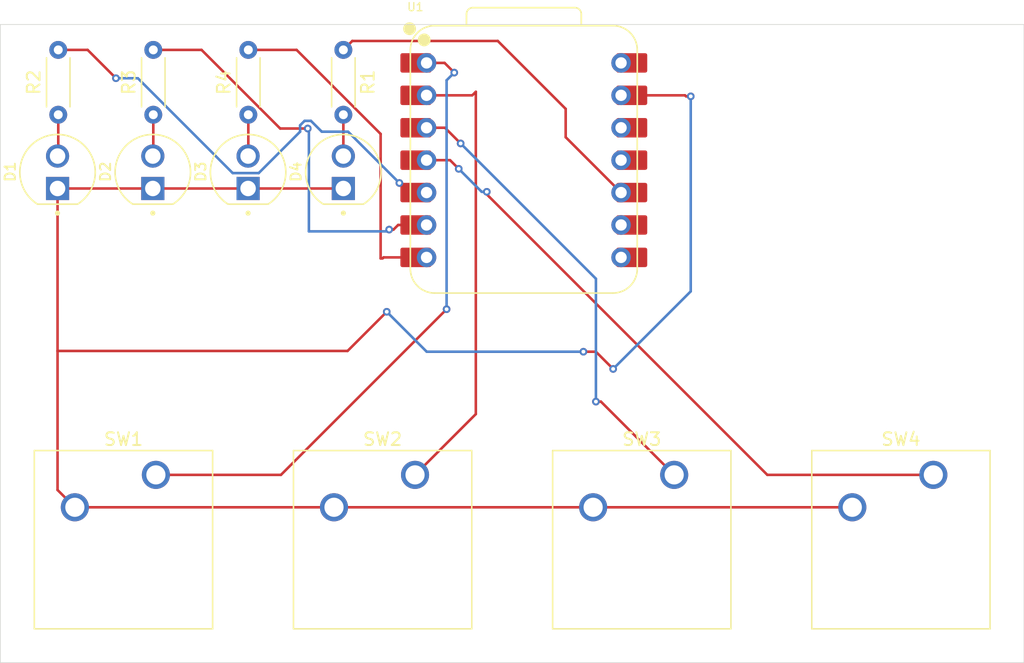
<source format=kicad_pcb>
(kicad_pcb (version 20240108) (generator "pcbnew") (generator_version "8.0")
  (layers (0 "F.Cu" signal) (31 "B.Cu" signal) (34 "B.Paste" user) (35 "F.Paste" user) (36 "B.SilkS" user "B.Silkscreen") (37 "F.SilkS" user "F.Silkscreen") (38 "B.Mask" user) (39 "F.Mask" user) (44 "Edge.Cuts" user))
  (net 0 "")
  (net 1 "Net-(D1-PadA)")
  (net 2 "GND")
  (net 3 "Net-(D2-PadA)")
  (net 4 "Net-(D3-PadA)")
  (net 5 "Net-(D4-PadA)")
  (net 6 "Net-(U1-GPIO4{slash}MISO)")
  (net 7 "Net-(U1-GPIO6{slash}SDA)")
  (net 8 "Net-(U1-GPIO7{slash}SCL)")
  (net 9 "Net-(U1-GPIO0{slash}TX)")
  (net 10 "Net-(U1-GPIO26{slash}ADC0{slash}A0)")
  (net 11 "Net-(U1-GPIO27{slash}ADC1{slash}A1)")
  (net 12 "Net-(U1-GPIO28{slash}ADC2{slash}A2)")
  (net 13 "Net-(U1-GPIO29{slash}ADC3{slash}A3)")
  (footprint "PathfinderLED:LEDRD254W57D500H1070" (layer "F.Cu") (at 98.88 75.58 90)
    (property "Reference" "D4" (at 0.04 -3.708 90) (layer "F.SilkS") (effects (font (size 0.8 0.8))))
    (property "Value" "L08R5000Q1")
    (fp_line (start -2.5 -1.566) (end -2.5 1.566) (stroke (width 0.127)) (layer "F.SilkS"))
    (fp_arc (start -2.5 -1.566) (mid 2.961291 0) (end -2.5 1.566) (stroke (width 0.127)) (layer "F.SilkS"))
    (fp_circle (center -3.2 0) (end -3.1 0) (stroke (width 0.2)) (fill none) (layer "F.SilkS"))
    (pad "A" thru_hole circle (at 1.27 0 90) (size 1.815 1.815) (drill 1.21) (layers "*.Cu" "*.Mask") (net 5 "Net-(D4-PadA)"))
    (pad "C" thru_hole rect (at -1.27 0 90) (size 1.815 1.815) (drill 1.21) (layers "*.Cu" "*.Mask") (net 2 "GND"))
  )
  (footprint "Button_Switch_Keyboard:SW_Cherry_MX_1.00u_PCB" (layer "F.Cu") (at 104.496666 99.29)
    (property "Reference" "SW2" (at -2.54 -2.794 0) (layer "F.SilkS"))
    (property "Value" "SW_Push")
    (fp_line (start -9.525 -1.905) (end 4.445 -1.905) (stroke (width 0.12)) (layer "F.SilkS"))
    (fp_line (start -9.525 12.065) (end -9.525 -1.905) (stroke (width 0.12)) (layer "F.SilkS"))
    (fp_line (start 4.445 -1.905) (end 4.445 12.065) (stroke (width 0.12)) (layer "F.SilkS"))
    (fp_line (start 4.445 12.065) (end -9.525 12.065) (stroke (width 0.12)) (layer "F.SilkS"))
    (pad "" np_thru_hole circle (at -7.62 5.08) (size 1.7 1.7) (drill 1.7) (layers "*.Cu" "*.Mask"))
    (pad "" np_thru_hole circle (at -2.54 5.08) (size 4 4) (drill 4) (layers "*.Cu" "*.Mask"))
    (pad "" np_thru_hole circle (at 2.54 5.08) (size 1.7 1.7) (drill 1.7) (layers "*.Cu" "*.Mask"))
    (pad "1" thru_hole circle (at 0 0) (size 2.2 2.2) (drill 1.5) (layers "*.Cu" "*.Mask") (net 11 "Net-(U1-GPIO27{slash}ADC1{slash}A1)"))
    (pad "2" thru_hole circle (at -6.35 2.54) (size 2.2 2.2) (drill 1.5) (layers "*.Cu" "*.Mask") (net 2 "GND"))
  )
  (footprint "Button_Switch_Keyboard:SW_Cherry_MX_1.00u_PCB" (layer "F.Cu") (at 124.803332 99.29)
    (property "Reference" "SW3" (at -2.54 -2.794 0) (layer "F.SilkS"))
    (property "Value" "SW_Push")
    (fp_line (start -9.525 -1.905) (end 4.445 -1.905) (stroke (width 0.12)) (layer "F.SilkS"))
    (fp_line (start -9.525 12.065) (end -9.525 -1.905) (stroke (width 0.12)) (layer "F.SilkS"))
    (fp_line (start 4.445 -1.905) (end 4.445 12.065) (stroke (width 0.12)) (layer "F.SilkS"))
    (fp_line (start 4.445 12.065) (end -9.525 12.065) (stroke (width 0.12)) (layer "F.SilkS"))
    (pad "" np_thru_hole circle (at -7.62 5.08) (size 1.7 1.7) (drill 1.7) (layers "*.Cu" "*.Mask"))
    (pad "" np_thru_hole circle (at -2.54 5.08) (size 4 4) (drill 4) (layers "*.Cu" "*.Mask"))
    (pad "" np_thru_hole circle (at 2.54 5.08) (size 1.7 1.7) (drill 1.7) (layers "*.Cu" "*.Mask"))
    (pad "1" thru_hole circle (at 0 0) (size 2.2 2.2) (drill 1.5) (layers "*.Cu" "*.Mask") (net 12 "Net-(U1-GPIO28{slash}ADC2{slash}A2)"))
    (pad "2" thru_hole circle (at -6.35 2.54) (size 2.2 2.2) (drill 1.5) (layers "*.Cu" "*.Mask") (net 2 "GND"))
  )
  (footprint "Button_Switch_Keyboard:SW_Cherry_MX_1.00u_PCB" (layer "F.Cu") (at 145.11 99.29)
    (property "Reference" "SW4" (at -2.54 -2.794 0) (layer "F.SilkS"))
    (property "Value" "SW_Push")
    (fp_line (start -9.525 -1.905) (end 4.445 -1.905) (stroke (width 0.12)) (layer "F.SilkS"))
    (fp_line (start -9.525 12.065) (end -9.525 -1.905) (stroke (width 0.12)) (layer "F.SilkS"))
    (fp_line (start 4.445 -1.905) (end 4.445 12.065) (stroke (width 0.12)) (layer "F.SilkS"))
    (fp_line (start 4.445 12.065) (end -9.525 12.065) (stroke (width 0.12)) (layer "F.SilkS"))
    (pad "" np_thru_hole circle (at -7.62 5.08) (size 1.7 1.7) (drill 1.7) (layers "*.Cu" "*.Mask"))
    (pad "" np_thru_hole circle (at -2.54 5.08) (size 4 4) (drill 4) (layers "*.Cu" "*.Mask"))
    (pad "" np_thru_hole circle (at 2.54 5.08) (size 1.7 1.7) (drill 1.7) (layers "*.Cu" "*.Mask"))
    (pad "1" thru_hole circle (at 0 0) (size 2.2 2.2) (drill 1.5) (layers "*.Cu" "*.Mask") (net 13 "Net-(U1-GPIO29{slash}ADC3{slash}A3)"))
    (pad "2" thru_hole circle (at -6.35 2.54) (size 2.2 2.2) (drill 1.5) (layers "*.Cu" "*.Mask") (net 2 "GND"))
  )
  (footprint "Resistor_THT:R_Axial_DIN0204_L3.6mm_D1.6mm_P5.08mm_Horizontal" (layer "F.Cu") (at 98.88 65.99 -90)
    (property "Reference" "R1" (at 2.54 -1.92 90) (layer "F.SilkS"))
    (property "Value" "R")
    (fp_line (start 0.62 0.92) (end 4.46 0.92) (stroke (width 0.12)) (layer "F.SilkS"))
    (fp_line (start 0.62 -0.92) (end 4.46 -0.92) (stroke (width 0.12)) (layer "F.SilkS"))
    (pad "1" thru_hole circle (at 0 0 270) (size 1.4 1.4) (drill 0.7) (layers "*.Cu" "*.Mask") (net 6 "Net-(U1-GPIO4{slash}MISO)"))
    (pad "2" thru_hole oval (at 5.08 0 270) (size 1.4 1.4) (drill 0.7) (layers "*.Cu" "*.Mask") (net 5 "Net-(D4-PadA)"))
  )
  (footprint "Resistor_THT:R_Axial_DIN0204_L3.6mm_D1.6mm_P5.08mm_Horizontal" (layer "F.Cu") (at 76.54 71.07 90)
    (property "Reference" "R2" (at 2.54 -1.92 90) (layer "F.SilkS"))
    (property "Value" "R")
    (fp_line (start 0.62 -0.92) (end 4.46 -0.92) (stroke (width 0.12)) (layer "F.SilkS"))
    (fp_line (start 0.62 0.92) (end 4.46 0.92) (stroke (width 0.12)) (layer "F.SilkS"))
    (pad "1" thru_hole circle (at 0 0 90) (size 1.4 1.4) (drill 0.7) (layers "*.Cu" "*.Mask") (net 1 "Net-(D1-PadA)"))
    (pad "2" thru_hole oval (at 5.08 0 90) (size 1.4 1.4) (drill 0.7) (layers "*.Cu" "*.Mask") (net 7 "Net-(U1-GPIO6{slash}SDA)"))
  )
  (footprint "PathfinderLED:LEDRD254W57D500H1070" (layer "F.Cu") (at 76.484682 75.58 90)
    (property "Reference" "D1" (at 0.04 -3.708 90) (layer "F.SilkS") (effects (font (size 0.8 0.8))))
    (property "Value" "L08R5000Q1")
    (fp_line (start -2.5 -1.566) (end -2.5 1.566) (stroke (width 0.127)) (layer "F.SilkS"))
    (fp_arc (start -2.5 -1.566) (mid 2.961291 0) (end -2.5 1.566) (stroke (width 0.127)) (layer "F.SilkS"))
    (fp_circle (center -3.2 0) (end -3.1 0) (stroke (width 0.2)) (fill none) (layer "F.SilkS"))
    (pad "A" thru_hole circle (at 1.27 0 90) (size 1.815 1.815) (drill 1.21) (layers "*.Cu" "*.Mask") (net 1 "Net-(D1-PadA)"))
    (pad "C" thru_hole rect (at -1.27 0 90) (size 1.815 1.815) (drill 1.21) (layers "*.Cu" "*.Mask") (net 2 "GND"))
  )
  (footprint "Resistor_THT:R_Axial_DIN0204_L3.6mm_D1.6mm_P5.08mm_Horizontal" (layer "F.Cu") (at 91.433332 71.07 90)
    (property "Reference" "R4" (at 2.54 -1.92 90) (layer "F.SilkS"))
    (property "Value" "R")
    (fp_line (start 0.62 -0.92) (end 4.46 -0.92) (stroke (width 0.12)) (layer "F.SilkS"))
    (fp_line (start 0.62 0.92) (end 4.46 0.92) (stroke (width 0.12)) (layer "F.SilkS"))
    (pad "1" thru_hole circle (at 0 0 90) (size 1.4 1.4) (drill 0.7) (layers "*.Cu" "*.Mask") (net 4 "Net-(D3-PadA)"))
    (pad "2" thru_hole oval (at 5.08 0 90) (size 1.4 1.4) (drill 0.7) (layers "*.Cu" "*.Mask") (net 9 "Net-(U1-GPIO0{slash}TX)"))
  )
  (footprint "Button_Switch_Keyboard:SW_Cherry_MX_1.00u_PCB" (layer "F.Cu") (at 84.19 99.29)
    (property "Reference" "SW1" (at -2.54 -2.794 0) (layer "F.SilkS"))
    (property "Value" "SW_Push")
    (fp_line (start -9.525 -1.905) (end 4.445 -1.905) (stroke (width 0.12)) (layer "F.SilkS"))
    (fp_line (start -9.525 12.065) (end -9.525 -1.905) (stroke (width 0.12)) (layer "F.SilkS"))
    (fp_line (start 4.445 -1.905) (end 4.445 12.065) (stroke (width 0.12)) (layer "F.SilkS"))
    (fp_line (start 4.445 12.065) (end -9.525 12.065) (stroke (width 0.12)) (layer "F.SilkS"))
    (pad "" np_thru_hole circle (at -7.62 5.08) (size 1.7 1.7) (drill 1.7) (layers "*.Cu" "*.Mask"))
    (pad "" np_thru_hole circle (at -2.54 5.08) (size 4 4) (drill 4) (layers "*.Cu" "*.Mask"))
    (pad "" np_thru_hole circle (at 2.54 5.08) (size 1.7 1.7) (drill 1.7) (layers "*.Cu" "*.Mask"))
    (pad "1" thru_hole circle (at 0 0) (size 2.2 2.2) (drill 1.5) (layers "*.Cu" "*.Mask") (net 10 "Net-(U1-GPIO26{slash}ADC0{slash}A0)"))
    (pad "2" thru_hole circle (at -6.35 2.54) (size 2.2 2.2) (drill 1.5) (layers "*.Cu" "*.Mask") (net 2 "GND"))
  )
  (footprint "PathfinderLED:LEDRD254W57D500H1070" (layer "F.Cu") (at 83.949788 75.58 90)
    (property "Reference" "D2" (at 0.04 -3.708 90) (layer "F.SilkS") (effects (font (size 0.8 0.8))))
    (property "Value" "L08R5000Q1")
    (fp_line (start -2.5 -1.566) (end -2.5 1.566) (stroke (width 0.127)) (layer "F.SilkS"))
    (fp_arc (start -2.5 -1.566) (mid 2.961291 0) (end -2.5 1.566) (stroke (width 0.127)) (layer "F.SilkS"))
    (fp_circle (center -3.2 0) (end -3.1 0) (stroke (width 0.2)) (fill none) (layer "F.SilkS"))
    (pad "A" thru_hole circle (at 1.27 0 90) (size 1.815 1.815) (drill 1.21) (layers "*.Cu" "*.Mask") (net 3 "Net-(D2-PadA)"))
    (pad "C" thru_hole rect (at -1.27 0 90) (size 1.815 1.815) (drill 1.21) (layers "*.Cu" "*.Mask") (net 2 "GND"))
  )
  (footprint "Seeed Studio XIAO Series Library:XIAO-RP2040-DIP" (layer "F.Cu") (at 113.02 74.63)
    (property "Reference" "U1" (at -8.5 -12 0) (layer "F.SilkS") (effects (font (size 0.635 0.635) (thickness 0.1016))))
    (property "Value" "XIAO-RP2040-DIP")
    (fp_line (start -8.89 8.509) (end -8.89 -8.636) (stroke (width 0.127)) (layer "F.SilkS"))
    (fp_line (start -6.985 10.414) (end 6.985 10.414) (stroke (width 0.127)) (layer "F.SilkS"))
    (fp_line (start -4.495 -10.541) (end -4.491272 -11.451272) (stroke (width 0.127)) (layer "F.SilkS"))
    (fp_line (start -3.991272 -11.951) (end 4.004 -11.951) (stroke (width 0.127)) (layer "F.SilkS"))
    (fp_line (start 4.504 -11.451) (end 4.504 -10.541) (stroke (width 0.127)) (layer "F.SilkS"))
    (fp_line (start 6.985 -10.541) (end -6.985 -10.541) (stroke (width 0.1)) (layer "F.SilkS"))
    (fp_line (start 6.985 -10.541) (end -6.985 -10.541) (stroke (width 0.127)) (layer "F.SilkS"))
    (fp_line (start 8.89 8.509) (end 8.89 -8.636) (stroke (width 0.127)) (layer "F.SilkS"))
    (fp_arc (start -8.89 -8.636) (mid -8.332038 -9.983038) (end -6.985 -10.541) (stroke (width 0.127)) (layer "F.SilkS"))
    (fp_arc (start -6.985 10.414) (mid -8.332038 9.856038) (end -8.89 8.509) (stroke (width 0.127)) (layer "F.SilkS"))
    (fp_arc (start -4.491272 -11.451272) (mid -4.344724 -11.804644) (end -3.991272 -11.951) (stroke (width 0.127)) (layer "F.SilkS"))
    (fp_arc (start 4.004 -11.951) (mid 4.357553 -11.804553) (end 4.504 -11.451) (stroke (width 0.127)) (layer "F.SilkS"))
    (fp_arc (start 6.985 -10.541) (mid 8.332038 -9.983038) (end 8.89 -8.636) (stroke (width 0.127)) (layer "F.SilkS"))
    (fp_arc (start 8.89 8.509) (mid 8.332038 9.856038) (end 6.985 10.414) (stroke (width 0.127)) (layer "F.SilkS"))
    (fp_circle (center -8.95 -10.3) (end -8.95 -10.554) (stroke (width 0.5)) (fill solid) (layer "F.SilkS"))
    (fp_circle (center -7.807 -9.42) (end -7.807 -9.674) (stroke (width 0.5)) (fill solid) (layer "F.SilkS"))
    (pad "1" smd roundrect (at -8.455 -7.62 180) (size 2.432 1.524) (layers "F.Cu" "F.Mask") (roundrect_rratio 0.1) (net 10 "Net-(U1-GPIO26{slash}ADC0{slash}A0)"))
    (pad "1" thru_hole circle (at -7.62 -7.62 180) (size 1.524 1.524) (drill 0.889) (layers "*.Cu" "*.Mask") (net 10 "Net-(U1-GPIO26{slash}ADC0{slash}A0)"))
    (pad "2" smd roundrect (at -8.455 -5.08 180) (size 2.432 1.524) (layers "F.Cu" "F.Mask") (roundrect_rratio 0.1) (net 11 "Net-(U1-GPIO27{slash}ADC1{slash}A1)"))
    (pad "2" thru_hole circle (at -7.62 -5.08 180) (size 1.524 1.524) (drill 0.889) (layers "*.Cu" "*.Mask") (net 11 "Net-(U1-GPIO27{slash}ADC1{slash}A1)"))
    (pad "3" smd roundrect (at -8.455 -2.54 180) (size 2.432 1.524) (layers "F.Cu" "F.Mask") (roundrect_rratio 0.1) (net 12 "Net-(U1-GPIO28{slash}ADC2{slash}A2)"))
    (pad "3" thru_hole circle (at -7.62 -2.54 180) (size 1.524 1.524) (drill 0.889) (layers "*.Cu" "*.Mask") (net 12 "Net-(U1-GPIO28{slash}ADC2{slash}A2)"))
    (pad "4" smd roundrect (at -8.455 0 180) (size 2.432 1.524) (layers "F.Cu" "F.Mask") (roundrect_rratio 0.1) (net 13 "Net-(U1-GPIO29{slash}ADC3{slash}A3)"))
    (pad "4" thru_hole circle (at -7.62 0 180) (size 1.524 1.524) (drill 0.889) (layers "*.Cu" "*.Mask") (net 13 "Net-(U1-GPIO29{slash}ADC3{slash}A3)"))
    (pad "5" smd roundrect (at -8.455 2.54 180) (size 2.432 1.524) (layers "F.Cu" "F.Mask") (roundrect_rratio 0.1) (net 7 "Net-(U1-GPIO6{slash}SDA)"))
    (pad "5" thru_hole circle (at -7.62 2.54 180) (size 1.524 1.524) (drill 0.889) (layers "*.Cu" "*.Mask") (net 7 "Net-(U1-GPIO6{slash}SDA)"))
    (pad "6" smd roundrect (at -8.455 5.08 180) (size 2.432 1.524) (layers "F.Cu" "F.Mask") (roundrect_rratio 0.1) (net 8 "Net-(U1-GPIO7{slash}SCL)"))
    (pad "6" thru_hole circle (at -7.62 5.08 180) (size 1.524 1.524) (drill 0.889) (layers "*.Cu" "*.Mask") (net 8 "Net-(U1-GPIO7{slash}SCL)"))
    (pad "7" smd roundrect (at -8.455 7.62 180) (size 2.432 1.524) (layers "F.Cu" "F.Mask") (roundrect_rratio 0.1) (net 9 "Net-(U1-GPIO0{slash}TX)"))
    (pad "7" thru_hole circle (at -7.62 7.62 180) (size 1.524 1.524) (drill 0.889) (layers "*.Cu" "*.Mask") (net 9 "Net-(U1-GPIO0{slash}TX)"))
    (pad "8" thru_hole circle (at 7.62 7.62) (size 1.524 1.524) (drill 0.889) (layers "*.Cu" "*.Mask"))
    (pad "8" smd roundrect (at 8.455 7.62) (size 2.432 1.524) (layers "F.Cu" "F.Mask") (roundrect_rratio 0.1))
    (pad "9" thru_hole circle (at 7.62 5.08) (size 1.524 1.524) (drill 0.889) (layers "*.Cu" "*.Mask"))
    (pad "9" smd roundrect (at 8.455 5.08) (size 2.432 1.524) (layers "F.Cu" "F.Mask") (roundrect_rratio 0.1))
    (pad "10" thru_hole circle (at 7.62 2.54) (size 1.524 1.524) (drill 0.889) (layers "*.Cu" "*.Mask") (net 6 "Net-(U1-GPIO4{slash}MISO)"))
    (pad "10" smd roundrect (at 8.455 2.54) (size 2.432 1.524) (layers "F.Cu" "F.Mask") (roundrect_rratio 0.1) (net 6 "Net-(U1-GPIO4{slash}MISO)"))
    (pad "11" thru_hole circle (at 7.62 0) (size 1.524 1.524) (drill 0.889) (layers "*.Cu" "*.Mask"))
    (pad "11" smd roundrect (at 8.455 0) (size 2.432 1.524) (layers "F.Cu" "F.Mask") (roundrect_rratio 0.1))
    (pad "12" thru_hole circle (at 7.62 -2.54) (size 1.524 1.524) (drill 0.889) (layers "*.Cu" "*.Mask"))
    (pad "12" smd roundrect (at 8.455 -2.54) (size 2.432 1.524) (layers "F.Cu" "F.Mask") (roundrect_rratio 0.1))
    (pad "13" thru_hole circle (at 7.62 -5.08) (size 1.524 1.524) (drill 0.889) (layers "*.Cu" "*.Mask") (net 2 "GND"))
    (pad "13" smd roundrect (at 8.455 -5.08) (size 2.432 1.524) (layers "F.Cu" "F.Mask") (roundrect_rratio 0.1) (net 2 "GND"))
    (pad "14" thru_hole circle (at 7.62 -7.62) (size 1.524 1.524) (drill 0.889) (layers "*.Cu" "*.Mask"))
    (pad "14" smd roundrect (at 8.455 -7.62) (size 2.432 1.524) (layers "F.Cu" "F.Mask") (roundrect_rratio 0.1))
  )
  (footprint "Resistor_THT:R_Axial_DIN0204_L3.6mm_D1.6mm_P5.08mm_Horizontal" (layer "F.Cu") (at 83.986666 71.07 90)
    (property "Reference" "R3" (at 2.54 -1.92 90) (layer "F.SilkS"))
    (property "Value" "R")
    (fp_line (start 0.62 -0.92) (end 4.46 -0.92) (stroke (width 0.12)) (layer "F.SilkS"))
    (fp_line (start 0.62 0.92) (end 4.46 0.92) (stroke (width 0.12)) (layer "F.SilkS"))
    (pad "1" thru_hole circle (at 0 0 90) (size 1.4 1.4) (drill 0.7) (layers "*.Cu" "*.Mask") (net 3 "Net-(D2-PadA)"))
    (pad "2" thru_hole oval (at 5.08 0 90) (size 1.4 1.4) (drill 0.7) (layers "*.Cu" "*.Mask") (net 8 "Net-(U1-GPIO7{slash}SCL)"))
  )
  (footprint "PathfinderLED:LEDRD254W57D500H1070" (layer "F.Cu") (at 91.414894 75.58 90)
    (property "Reference" "D3" (at 0.04 -3.708 90) (layer "F.SilkS") (effects (font (size 0.8 0.8))))
    (property "Value" "L08R5000Q1")
    (fp_line (start -2.5 -1.566) (end -2.5 1.566) (stroke (width 0.127)) (layer "F.SilkS"))
    (fp_arc (start -2.5 -1.566) (mid 2.961291 0) (end -2.5 1.566) (stroke (width 0.127)) (layer "F.SilkS"))
    (fp_circle (center -3.2 0) (end -3.1 0) (stroke (width 0.2)) (fill none) (layer "F.SilkS"))
    (pad "A" thru_hole circle (at 1.27 0 90) (size 1.815 1.815) (drill 1.21) (layers "*.Cu" "*.Mask") (net 4 "Net-(D3-PadA)"))
    (pad "C" thru_hole rect (at -1.27 0 90) (size 1.815 1.815) (drill 1.21) (layers "*.Cu" "*.Mask") (net 2 "GND"))
  )
  (gr_rect (start 72 64) (end 152.21 114) (stroke (width 0.05)) (fill none) (layer "Edge.Cuts"))
  (segment (start 76.54 71.07) (end 76.54 74.254682) (width 0.2) (layer "F.Cu") (net 1))
  (segment (start 76.54 74.254682) (end 76.484682 74.31) (width 0.2) (layer "F.Cu") (net 1))
  (segment (start 117.69 89.64) (end 118.67 89.64) (width 0.2) (layer "F.Cu") (net 2))
  (segment (start 76.484682 100.474682) (end 77.84 101.83) (width 0.2) (layer "F.Cu") (net 2))
  (segment (start 126.1 69.63) (end 125.73 69.63) (width 0.2) (layer "F.Cu") (net 2))
  (segment (start 138.76 101.83) (end 118.453332 101.83) (width 0.2) (layer "F.Cu") (net 2))
  (segment (start 76.484682 76.85) (end 83.949788 76.85) (width 0.2) (layer "F.Cu") (net 2))
  (segment (start 98.146666 101.83) (end 118.453332 101.83) (width 0.2) (layer "F.Cu") (net 2))
  (segment (start 99.21 89.58) (end 102.28 86.51) (width 0.2) (layer "F.Cu") (net 2))
  (segment (start 76.484682 89.58) (end 99.21 89.58) (width 0.2) (layer "F.Cu") (net 2))
  (segment (start 125.65 69.55) (end 120.64 69.55) (width 0.2) (layer "F.Cu") (net 2))
  (segment (start 118.67 89.64) (end 120.02 90.99) (width 0.2) (layer "F.Cu") (net 2))
  (segment (start 77.84 101.83) (end 98.146666 101.83) (width 0.2) (layer "F.Cu") (net 2))
  (segment (start 83.949788 76.85) (end 91.414894 76.85) (width 0.2) (layer "F.Cu") (net 2))
  (segment (start 76.484682 89.58) (end 76.484682 100.474682) (width 0.2) (layer "F.Cu") (net 2))
  (segment (start 76.484682 76.85) (end 76.484682 89.58) (width 0.2) (layer "F.Cu") (net 2))
  (segment (start 125.73 69.63) (end 125.65 69.55) (width 0.2) (layer "F.Cu") (net 2))
  (segment (start 98.88 76.85) (end 91.414894 76.85) (width 0.2) (layer "F.Cu") (net 2))
  (via (at 126.1 69.63) (size 0.6) (drill 0.3) (layers "F.Cu" "B.Cu") (net 2))
  (via (at 102.28 86.51) (size 0.6) (drill 0.3) (layers "F.Cu" "B.Cu") (net 2))
  (via (at 120.02 90.99) (size 0.6) (drill 0.3) (layers "F.Cu" "B.Cu") (net 2))
  (via (at 117.69 89.64) (size 0.6) (drill 0.3) (layers "F.Cu" "B.Cu") (net 2))
  (segment (start 120.02 90.99) (end 126.1 84.91) (width 0.2) (layer "B.Cu") (net 2))
  (segment (start 102.28 86.51) (end 105.41 89.64) (width 0.2) (layer "B.Cu") (net 2))
  (segment (start 105.41 89.64) (end 117.69 89.64) (width 0.2) (layer "B.Cu") (net 2))
  (segment (start 126.1 84.91) (end 126.1 69.63) (width 0.2) (layer "B.Cu") (net 2))
  (segment (start 83.986666 74.273122) (end 83.949788 74.31) (width 0.2) (layer "F.Cu") (net 3))
  (segment (start 83.986666 71.07) (end 83.986666 74.273122) (width 0.2) (layer "F.Cu") (net 3))
  (segment (start 91.433332 74.291562) (end 91.414894 74.31) (width 0.2) (layer "F.Cu") (net 4))
  (segment (start 91.433332 71.07) (end 91.433332 74.291562) (width 0.2) (layer "F.Cu") (net 4))
  (segment (start 98.88 71.07) (end 98.88 74.31) (width 0.2) (layer "F.Cu") (net 5))
  (segment (start 116.3 72.83) (end 120.64 77.17) (width 0.2) (layer "F.Cu") (net 6))
  (segment (start 116.3 70.61) (end 116.3 72.83) (width 0.2) (layer "F.Cu") (net 6))
  (segment (start 110.98 65.29) (end 116.3 70.61) (width 0.2) (layer "F.Cu") (net 6))
  (segment (start 98.88 65.99) (end 99.58 65.29) (width 0.2) (layer "F.Cu") (net 6))
  (segment (start 99.58 65.29) (end 110.98 65.29) (width 0.2) (layer "F.Cu") (net 6))
  (segment (start 78.84 65.99) (end 81.06 68.21) (width 0.2) (layer "F.Cu") (net 7))
  (segment (start 103.27 76.42) (end 104.02 77.17) (width 0.2) (layer "F.Cu") (net 7))
  (segment (start 104.02 77.17) (end 105.4 77.17) (width 0.2) (layer "F.Cu") (net 7))
  (segment (start 76.54 65.99) (end 78.84 65.99) (width 0.2) (layer "F.Cu") (net 7))
  (via (at 103.27 76.42) (size 0.6) (drill 0.3) (layers "F.Cu" "B.Cu") (net 7))
  (via (at 81.06 68.21) (size 0.6) (drill 0.3) (layers "F.Cu" "B.Cu") (net 7))
  (segment (start 96.338529 71.55) (end 97.187058 72.398529) (width 0.2) (layer "B.Cu") (net 7))
  (segment (start 82.774894 68.21) (end 90.207394 75.6425) (width 0.2) (layer "B.Cu") (net 7))
  (segment (start 95.841471 71.55) (end 96.338529 71.55) (width 0.2) (layer "B.Cu") (net 7))
  (segment (start 95.49 72.398529) (end 95.49 71.901471) (width 0.2) (layer "B.Cu") (net 7))
  (segment (start 97.187058 72.398529) (end 99.248529 72.398529) (width 0.2) (layer "B.Cu") (net 7))
  (segment (start 81.06 68.21) (end 82.774894 68.21) (width 0.2) (layer "B.Cu") (net 7))
  (segment (start 92.246029 75.6425) (end 95.49 72.398529) (width 0.2) (layer "B.Cu") (net 7))
  (segment (start 99.248529 72.398529) (end 103.27 76.42) (width 0.2) (layer "B.Cu") (net 7))
  (segment (start 95.49 71.901471) (end 95.841471 71.55) (width 0.2) (layer "B.Cu") (net 7))
  (segment (start 90.207394 75.6425) (end 92.246029 75.6425) (width 0.2) (layer "B.Cu") (net 7))
  (segment (start 103.17 79.71) (end 104.565 79.71) (width 0.2) (layer "F.Cu") (net 8))
  (segment (start 93.927546 72.15) (end 96.09 72.15) (width 0.2) (layer "F.Cu") (net 8))
  (segment (start 102.81 80.07) (end 103.17 79.71) (width 0.2) (layer "F.Cu") (net 8))
  (segment (start 87.767546 65.99) (end 93.927546 72.15) (width 0.2) (layer "F.Cu") (net 8))
  (segment (start 83.986666 65.99) (end 87.767546 65.99) (width 0.2) (layer "F.Cu") (net 8))
  (segment (start 102.47 80.07) (end 102.81 80.07) (width 0.2) (layer "F.Cu") (net 8))
  (via (at 96.09 72.15) (size 0.6) (drill 0.3) (layers "F.Cu" "B.Cu") (net 8))
  (via (at 102.47 80.07) (size 0.6) (drill 0.3) (layers "F.Cu" "B.Cu") (net 8))
  (segment (start 96.18 80.21) (end 102.33 80.21) (width 0.2) (layer "B.Cu") (net 8))
  (segment (start 96.09 72.15) (end 96.18 72.24) (width 0.2) (layer "B.Cu") (net 8))
  (segment (start 96.18 72.24) (end 96.18 80.21) (width 0.2) (layer "B.Cu") (net 8))
  (segment (start 102.33 80.21) (end 102.47 80.07) (width 0.2) (layer "B.Cu") (net 8))
  (segment (start 101.95 82.33) (end 102.03 82.25) (width 0.2) (layer "F.Cu") (net 9))
  (segment (start 91.433332 65.99) (end 95.214214 65.99) (width 0.2) (layer "F.Cu") (net 9))
  (segment (start 101.8 82.33) (end 101.95 82.33) (width 0.2) (layer "F.Cu") (net 9))
  (segment (start 102.03 82.25) (end 104.565 82.25) (width 0.2) (layer "F.Cu") (net 9))
  (segment (start 95.214214 65.99) (end 101.8 72.575786) (width 0.2) (layer "F.Cu") (net 9))
  (segment (start 101.8 72.575786) (end 101.8 82.33) (width 0.2) (layer "F.Cu") (net 9))
  (segment (start 107.57 67.77) (end 106.81 67.01) (width 0.2) (layer "F.Cu") (net 10))
  (segment (start 93.99 99.29) (end 106.97 86.31) (width 0.2) (layer "F.Cu") (net 10))
  (segment (start 106.81 67.01) (end 105.4 67.01) (width 0.2) (layer "F.Cu") (net 10))
  (segment (start 84.19 99.29) (end 93.99 99.29) (width 0.2) (layer "F.Cu") (net 10))
  (via (at 106.97 86.31) (size 0.6) (drill 0.3) (layers "F.Cu" "B.Cu") (net 10))
  (via (at 107.57 67.77) (size 0.6) (drill 0.3) (layers "F.Cu" "B.Cu") (net 10))
  (segment (start 106.97 68.37) (end 107.57 67.77) (width 0.2) (layer "B.Cu") (net 10))
  (segment (start 106.97 86.31) (end 106.97 68.37) (width 0.2) (layer "B.Cu") (net 10))
  (segment (start 109.26 94.526666) (end 109.26 69.27) (width 0.2) (layer "F.Cu") (net 11))
  (segment (start 108.98 69.55) (end 105.4 69.55) (width 0.2) (layer "F.Cu") (net 11))
  (segment (start 104.496666 99.29) (end 109.26 94.526666) (width 0.2) (layer "F.Cu") (net 11))
  (segment (start 109.26 69.27) (end 108.98 69.55) (width 0.2) (layer "F.Cu") (net 11))
  (segment (start 106.84 72.09) (end 108.07 73.32) (width 0.2) (layer "F.Cu") (net 12))
  (segment (start 118.67 93.55) (end 119.063332 93.55) (width 0.2) (layer "F.Cu") (net 12))
  (segment (start 105.4 72.09) (end 106.84 72.09) (width 0.2) (layer "F.Cu") (net 12))
  (segment (start 119.063332 93.55) (end 124.803332 99.29) (width 0.2) (layer "F.Cu") (net 12))
  (via (at 108.07 73.32) (size 0.6) (drill 0.3) (layers "F.Cu" "B.Cu") (net 12))
  (via (at 118.67 93.55) (size 0.6) (drill 0.3) (layers "F.Cu" "B.Cu") (net 12))
  (segment (start 108.07 73.32) (end 118.67 83.92) (width 0.2) (layer "B.Cu") (net 12))
  (segment (start 118.67 83.92) (end 118.67 93.55) (width 0.2) (layer "B.Cu") (net 12))
  (segment (start 110.12 77.31) (end 110.12 77.11) (width 0.2) (layer "F.Cu") (net 13))
  (segment (start 132.1 99.29) (end 110.32 77.51) (width 0.2) (layer "F.Cu") (net 13))
  (segment (start 110.32 77.51) (end 110.12 77.31) (width 0.2) (layer "F.Cu") (net 13))
  (segment (start 145.11 99.29) (end 132.1 99.29) (width 0.2) (layer "F.Cu") (net 13))
  (segment (start 107.24 74.63) (end 105.4 74.63) (width 0.2) (layer "F.Cu") (net 13))
  (segment (start 107.92 75.31) (end 107.24 74.63) (width 0.2) (layer "F.Cu") (net 13))
  (via (at 107.92 75.31) (size 0.6) (drill 0.3) (layers "F.Cu" "B.Cu") (net 13))
  (via (at 110.12 77.11) (size 0.6) (drill 0.3) (layers "F.Cu" "B.Cu") (net 13))
  (segment (start 110.12 77.11) (end 109.72 77.11) (width 0.2) (layer "B.Cu") (net 13))
  (segment (start 109.72 77.11) (end 107.92 75.31) (width 0.2) (layer "B.Cu") (net 13))
)
</source>
